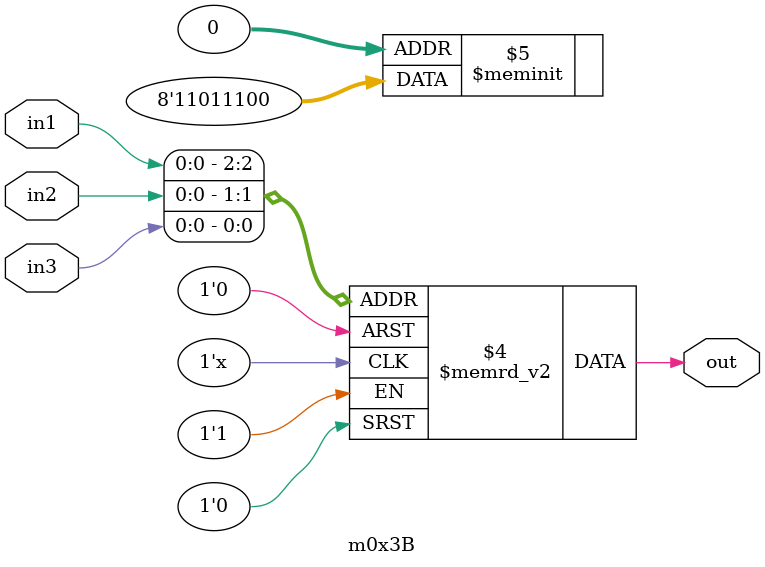
<source format=v>
module m0x3B(output out, input in1, in2, in3);

   always @(in1, in2, in3)
     begin
        case({in1, in2, in3})
          3'b000: {out} = 1'b0;
          3'b001: {out} = 1'b0;
          3'b010: {out} = 1'b1;
          3'b011: {out} = 1'b1;
          3'b100: {out} = 1'b1;
          3'b101: {out} = 1'b0;
          3'b110: {out} = 1'b1;
          3'b111: {out} = 1'b1;
        endcase // case ({in1, in2, in3})
     end // always @ (in1, in2, in3)

endmodule // m0x3B
</source>
